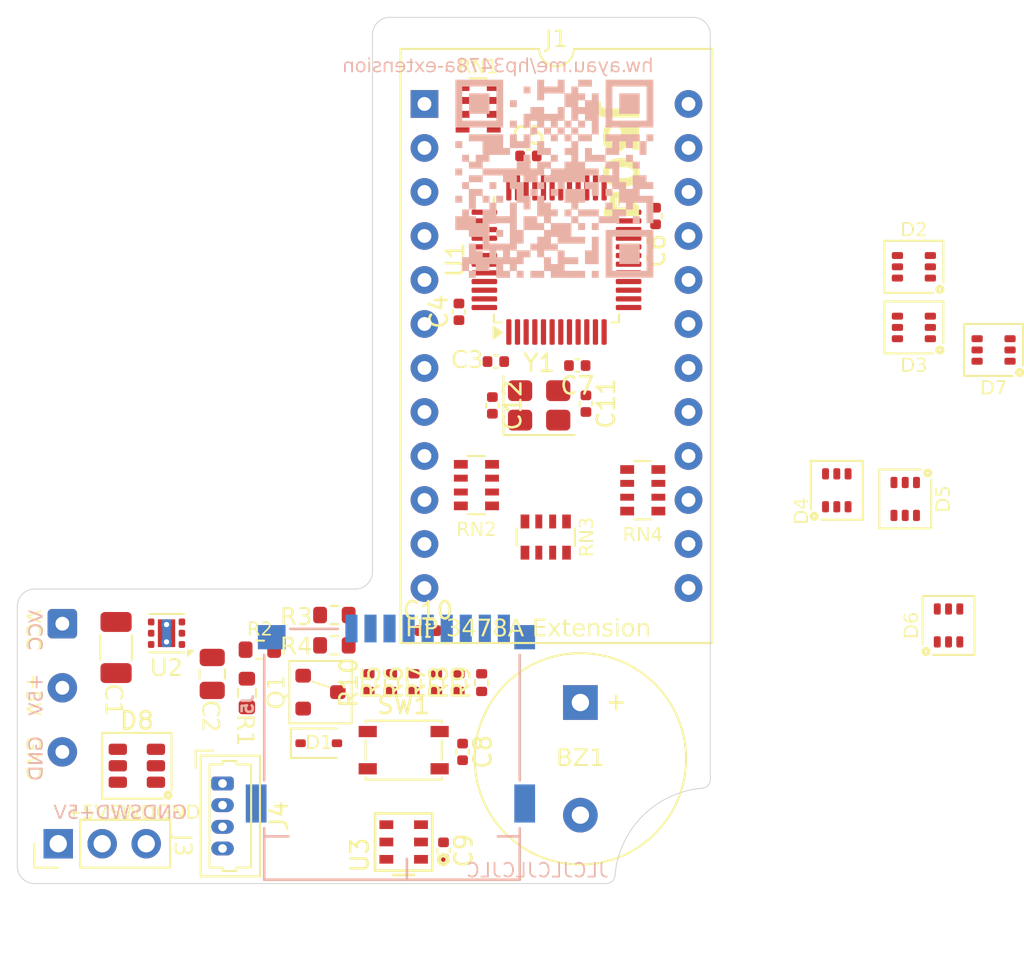
<source format=kicad_pcb>
(kicad_pcb (version 20241229) (generator "pcbnew") (generator_version "9.0")
  (layers (0 "F.Cu" signal) (4 "In1.Cu" power) (6 "In2.Cu" power) (2 "B.Cu" signal) (13 "F.Paste" user) (15 "B.Paste" user) (5 "F.SilkS" user "F.Silkscreen") (7 "B.SilkS" user "B.Silkscreen") (1 "F.Mask" user) (3 "B.Mask" user) (25 "Edge.Cuts" user))
  (net 0 "")
  (net 1 "GND")
  (net 2 "/SWIO")
  (net 3 "Net-(BZ1--)")
  (net 4 "VCC")
  (net 5 "Net-(J1-REN)")
  (net 6 "/EOI")
  (net 7 "/DIO7")
  (net 8 "/DIO5")
  (net 9 "/DIO2")
  (net 10 "/DIO6")
  (net 11 "/DIO8")
  (net 12 "/DAV")
  (net 13 "/ATN")
  (net 14 "/DIO3")
  (net 15 "/BUZZ")
  (net 16 "/DIO4")
  (net 17 "/DIO1")
  (net 18 "Net-(Q1-G)")
  (net 19 "Net-(U2-FB)")
  (net 21 "/NDAC")
  (net 22 "/NRFD")
  (net 23 "/SRQ")
  (net 24 "/IFC")
  (net 25 "/REN")
  (net 26 "Net-(J1-DIO7)")
  (net 27 "Net-(J1-DIO1)")
  (net 28 "Net-(J1-DIO5)")
  (net 29 "Net-(J1-NDAC)")
  (net 30 "Net-(J1-DIO4)")
  (net 31 "Net-(J1-ATN)")
  (net 32 "Net-(J1-DIO6)")
  (net 33 "Net-(J1-EOI)")
  (net 34 "Net-(J1-DIO8)")
  (net 35 "Net-(J1-NRFD)")
  (net 36 "Net-(J1-DIO2)")
  (net 37 "Net-(J1-DIO3)")
  (net 38 "Net-(J1-SRQ)")
  (net 39 "Net-(J1-DAV)")
  (net 40 "Net-(J1-IFC)")
  (net 43 "Net-(U3-VDD)")
  (net 44 "/USBFS_DP")
  (net 45 "/USBFS_DN")
  (net 46 "/SPI1_SCK")
  (net 48 "/I2C_SCL")
  (net 49 "VDD")
  (net 50 "/nRST")
  (net 51 "/VBUS")
  (net 52 "/USB_IN_D_N")
  (net 53 "/USB_IN_D_P")
  (net 55 "/SPI1_MISO")
  (net 56 "/SWDIO")
  (net 57 "/SWCLK")
  (net 58 "/BOOT1")
  (net 59 "/BOOT0")
  (net 60 "/SPI1_NSS")
  (net 63 "/SPI1_MOSI")
  (net 65 "/I2C_SDA")
  (net 67 "Net-(U1-OSC_OUT)")
  (net 68 "Net-(U1-OSC_IN)")
  (net 69 "/CARD_DET")
  (net 72 "Net-(J5-DAT2)")
  (net 73 "Net-(J5-DAT1)")
  (footprint "Button_Switch_SMD:SW_SPST_PTS810" (layer "F.Cu") (at 49.8 80.3)
    (property "Reference" "SW1" (at 0 -2.6 0) (layer "F.SilkS"))
    (property "Value" "RST")
    (pad "1" smd rect (at -2.075 -1.075) (size 1.05 0.65) (layers "F.Cu" "F.Mask" "F.Paste") (net 50 "/nRST"))
    (pad "1" smd rect (at 2.075 -1.075) (size 1.05 0.65) (layers "F.Cu" "F.Mask" "F.Paste") (net 50 "/nRST"))
    (pad "2" smd rect (at -2.075 1.075) (size 1.05 0.65) (layers "F.Cu" "F.Mask" "F.Paste") (net 1 "GND"))
    (pad "2" smd rect (at 2.075 1.075) (size 1.05 0.65) (layers "F.Cu" "F.Mask" "F.Paste") (net 1 "GND"))
  )
  (footprint "Connector_Wire:SolderWire-0.127sqmm_1x03_P3.7mm_D0.48mm_OD1mm" (layer "F.Cu") (at 30.1 73 -90)
    (property "Reference" "J2" (hide yes))
    (property "Value" "Pwr")
    (pad "1" thru_hole roundrect (at 0 0 270) (size 1.7 1.7) (drill 0.8) (layers "*.Cu" "*.Mask") (roundrect_rratio 0.147059) (net 4 "VCC"))
    (pad "2" thru_hole circle (at 3.7 0 270) (size 1.7 1.7) (drill 0.8) (layers "*.Cu" "*.Mask") (net 49 "VDD"))
    (pad "3" thru_hole circle (at 7.4 0 270) (size 1.7 1.7) (drill 0.8) (layers "*.Cu" "*.Mask") (net 1 "GND"))
  )
  (footprint "Capacitor_SMD:C_1206_3216Metric" (layer "F.Cu") (at 33.2 74.375 -90)
    (property "Reference" "C1" (at 3.025 0.2 270) (layer "F.SilkS"))
    (property "Value" "10u")
    (pad "1" smd roundrect (at -1.475 0 270) (size 1.15 1.8) (layers "F.Cu" "F.Mask" "F.Paste") (roundrect_rratio 0.217391) (net 4 "VCC"))
    (pad "2" smd roundrect (at 1.475 0 270) (size 1.15 1.8) (layers "F.Cu" "F.Mask" "F.Paste") (roundrect_rratio 0.217391) (net 1 "GND"))
  )
  (footprint "Resistor_SMD:R_0402_1005Metric" (layer "F.Cu") (at 54.3 76.4 90)
    (property "Reference" "R9" (at 0 -1.17 90) (layer "F.SilkS"))
    (property "Value" "47k")
    (pad "1" smd roundrect (at -0.51 0 90) (size 0.54 0.64) (layers "F.Cu" "F.Mask" "F.Paste") (net 49 "VDD"))
    (pad "2" smd roundrect (at 0.51 0 90) (size 0.54 0.64) (layers "F.Cu" "F.Mask" "F.Paste") (net 69 "/CARD_DET"))
  )
  (footprint "Capacitor_SMD:C_0402_1005Metric" (layer "F.Cu") (at 59.82 58.1 180)
    (property "Reference" "C7" (at 0 -1.16 0) (layer "F.SilkS"))
    (property "Value" "100n")
    (pad "1" smd roundrect (at -0.48 0 180) (size 0.56 0.62) (layers "F.Cu" "F.Mask" "F.Paste") (net 49 "VDD"))
    (pad "2" smd roundrect (at 0.48 0 180) (size 0.56 0.62) (layers "F.Cu" "F.Mask" "F.Paste") (net 1 "GND"))
  )
  (footprint "Resistor_SMD:R_Array_Convex_4x0603" (layer "F.Cu") (at 54 65)
    (property "Reference" "RN2" (at 0 2.6 0) (layer "F.SilkS") (effects (font (size 0.8 0.8))))
    (property "Value" "R_Pack04")
    (pad "1" smd rect (at -0.9 -1.2) (size 0.8 0.5) (layers "F.Cu" "F.Mask" "F.Paste") (net 35 "Net-(J1-NRFD)"))
    (pad "2" smd rect (at -0.9 -0.4) (size 0.8 0.4) (layers "F.Cu" "F.Mask" "F.Paste") (net 39 "Net-(J1-DAV)"))
    (pad "3" smd rect (at -0.9 0.4) (size 0.8 0.4) (layers "F.Cu" "F.Mask" "F.Paste") (net 33 "Net-(J1-EOI)"))
    (pad "4" smd rect (at -0.9 1.2) (size 0.8 0.5) (layers "F.Cu" "F.Mask" "F.Paste") (net 30 "Net-(J1-DIO4)"))
    (pad "5" smd rect (at 0.9 1.2) (size 0.8 0.5) (layers "F.Cu" "F.Mask" "F.Paste") (net 16 "/DIO4"))
    (pad "6" smd rect (at 0.9 0.4) (size 0.8 0.4) (layers "F.Cu" "F.Mask" "F.Paste") (net 6 "/EOI"))
    (pad "7" smd rect (at 0.9 -0.4) (size 0.8 0.4) (layers "F.Cu" "F.Mask" "F.Paste") (net 12 "/DAV"))
    (pad "8" smd rect (at 0.9 -1.2) (size 0.8 0.5) (layers "F.Cu" "F.Mask" "F.Paste") (net 22 "/NRFD"))
  )
  (footprint "Resistor_SMD:R_Array_Convex_4x0603" (layer "F.Cu") (at 54.1 43.2)
    (property "Reference" "RN1" (at 0 -2.3 0) (layer "F.SilkS") (effects (font (size 0.8 0.8))))
    (property "Value" "R_Pack04")
    (pad "1" smd rect (at -0.9 -1.2) (size 0.8 0.5) (layers "F.Cu" "F.Mask" "F.Paste") (net 31 "Net-(J1-ATN)"))
    (pad "2" smd rect (at -0.9 -0.4) (size 0.8 0.4) (layers "F.Cu" "F.Mask" "F.Paste") (net 38 "Net-(J1-SRQ)"))
    (pad "3" smd rect (at -0.9 0.4) (size 0.8 0.4) (layers "F.Cu" "F.Mask" "F.Paste") (net 40 "Net-(J1-IFC)"))
    (pad "4" smd rect (at -0.9 1.2) (size 0.8 0.5) (layers "F.Cu" "F.Mask" "F.Paste") (net 29 "Net-(J1-NDAC)"))
    (pad "5" smd rect (at 0.9 1.2) (size 0.8 0.5) (layers "F.Cu" "F.Mask" "F.Paste") (net 21 "/NDAC"))
    (pad "6" smd rect (at 0.9 0.4) (size 0.8 0.4) (layers "F.Cu" "F.Mask" "F.Paste") (net 24 "/IFC"))
    (pad "7" smd rect (at 0.9 -0.4) (size 0.8 0.4) (layers "F.Cu" "F.Mask" "F.Paste") (net 23 "/SRQ"))
    (pad "8" smd rect (at 0.9 -1.2) (size 0.8 0.5) (layers "F.Cu" "F.Mask" "F.Paste") (net 13 "/ATN"))
  )
  (footprint "Miiine:AHT20" (layer "F.Cu") (at 49.8 85.6 90)
    (property "Reference" "U3" (at -0.762 -2.54 90) (layer "F.SilkS"))
    (property "Value" "AHT20")
    (pad "1" smd rect (at -1 1 180) (size 0.8 0.5) (layers "F.Cu" "F.Mask" "F.Paste"))
    (pad "2" smd rect (at 0 1 180) (size 0.8 0.5) (layers "F.Cu" "F.Mask" "F.Paste") (net 43 "Net-(U3-VDD)"))
    (pad "3" smd rect (at 1 1 180) (size 0.8 0.5) (layers "F.Cu" "F.Mask" "F.Paste") (net 48 "/I2C_SCL"))
    (pad "4" smd rect (at 1 -1 180) (size 0.8 0.5) (layers "F.Cu" "F.Mask" "F.Paste") (net 65 "/I2C_SDA"))
    (pad "5" smd rect (at 0 -1 180) (size 0.8 0.5) (layers "F.Cu" "F.Mask" "F.Paste") (net 1 "GND"))
    (pad "6" smd rect (at -1 -1 180) (size 0.8 0.5) (layers "F.Cu" "F.Mask" "F.Paste"))
  )
  (footprint "PCM_Package_TO_SOT_SMD_AKL:SOT-363_SC-70-6" (layer "F.Cu") (at 81.25 73.1 90)
    (property "Reference" "D6" (at 0 -2.1 90) (layer "F.SilkS") (effects (font (size 0.8 0.8))))
    (property "Value" "BAT54TW" (hide yes))
    (pad "1" smd roundrect (at -0.95 -0.65 90) (size 0.65 0.4) (layers "F.Cu" "F.Mask" "F.Paste") (net 1 "GND"))
    (pad "2" smd roundrect (at -0.95 0 90) (size 0.65 0.4) (layers "F.Cu" "F.Mask" "F.Paste") (net 1 "GND"))
    (pad "3" smd roundrect (at -0.95 0.65 90) (size 0.65 0.4) (layers "F.Cu" "F.Mask" "F.Paste") (net 1 "GND"))
    (pad "4" smd roundrect (at 0.95 0.65 90) (size 0.65 0.4) (layers "F.Cu" "F.Mask" "F.Paste") (net 7 "/DIO7"))
    (pad "5" smd roundrect (at 0.95 0 90) (size 0.65 0.4) (layers "F.Cu" "F.Mask" "F.Paste") (net 10 "/DIO6"))
    (pad "6" smd roundrect (at 0.95 -0.65 90) (size 0.65 0.4) (layers "F.Cu" "F.Mask" "F.Paste") (net 8 "/DIO5"))
  )
  (footprint "PCM_Package_TO_SOT_SMD_AKL:SOT-23" (layer "F.Cu") (at 45 76.95)
    (property "Reference" "Q1" (at -2.5 0 90) (layer "F.SilkS"))
    (property "Value" "BSS138" (hide yes))
    (pad "1" smd roundrect (at -1 -0.95) (size 0.9 0.8) (layers "F.Cu" "F.Mask" "F.Paste") (net 18 "Net-(Q1-G)"))
    (pad "2" smd roundrect (at -1 0.95) (size 0.9 0.8) (layers "F.Cu" "F.Mask" "F.Paste") (net 1 "GND"))
    (pad "3" smd roundrect (at 1 0) (size 0.9 0.8) (layers "F.Cu" "F.Mask" "F.Paste") (net 3 "Net-(BZ1--)"))
  )
  (footprint "Crystal:Crystal_SMD_3225-4Pin_3.2x2.5mm" (layer "F.Cu") (at 57.62 60.4)
    (property "Reference" "Y1" (at 0 -2.45 0) (layer "F.SilkS"))
    (property "Value" "24MHz, 10pF")
    (pad "1" smd roundrect (at -1.1 0.85) (size 1.4 1.2) (layers "F.Cu" "F.Mask" "F.Paste") (roundrect_rratio 0.208333) (net 68 "Net-(U1-OSC_IN)"))
    (pad "2" smd roundrect (at 1.1 0.85) (size 1.4 1.2) (layers "F.Cu" "F.Mask" "F.Paste") (roundrect_rratio 0.208333) (net 1 "GND"))
    (pad "3" smd roundrect (at 1.1 -0.85) (size 1.4 1.2) (layers "F.Cu" "F.Mask" "F.Paste") (roundrect_rratio 0.208333) (net 67 "Net-(U1-OSC_OUT)"))
    (pad "4" smd roundrect (at -1.1 -0.85) (size 1.4 1.2) (layers "F.Cu" "F.Mask" "F.Paste") (roundrect_rratio 0.208333) (net 1 "GND"))
  )
  (footprint "Capacitor_SMD:C_0402_1005Metric" (layer "F.Cu") (at 52.1 86.1 -90)
    (property "Reference" "C9" (at 0 -1.16 90) (layer "F.SilkS"))
    (property "Value" "100n")
    (pad "1" smd roundrect (at -0.48 0 270) (size 0.56 0.62) (layers "F.Cu" "F.Mask" "F.Paste") (net 43 "Net-(U3-VDD)"))
    (pad "2" smd roundrect (at 0.48 0 270) (size 0.56 0.62) (layers "F.Cu" "F.Mask" "F.Paste") (net 1 "GND"))
  )
  (footprint "Resistor_SMD:R_Array_Convex_4x0603" (layer "F.Cu") (at 63.6 65.3 180)
    (property "Reference" "RN4" (at 0 -2.6 0) (layer "F.SilkS") (effects (font (size 0.8 0.8))))
    (property "Value" "R_Pack04")
    (pad "1" smd rect (at -0.9 -1.2 180) (size 0.8 0.5) (layers "F.Cu" "F.Mask" "F.Paste") (net 32 "Net-(J1-DIO6)"))
    (pad "2" smd rect (at -0.9 -0.4 180) (size 0.8 0.4) (layers "F.Cu" "F.Mask" "F.Paste") (net 26 "Net-(J1-DIO7)"))
    (pad "3" smd rect (at -0.9 0.4 180) (size 0.8 0.4) (layers "F.Cu" "F.Mask" "F.Paste") (net 34 "Net-(J1-DIO8)"))
    (pad "4" smd rect (at -0.9 1.2 180) (size 0.8 0.5) (layers "F.Cu" "F.Mask" "F.Paste") (net 5 "Net-(J1-REN)"))
    (pad "5" smd rect (at 0.9 1.2 180) (size 0.8 0.5) (layers "F.Cu" "F.Mask" "F.Paste") (net 25 "/REN"))
    (pad "6" smd rect (at 0.9 0.4 180) (size 0.8 0.4) (layers "F.Cu" "F.Mask" "F.Paste") (net 11 "/DIO8"))
    (pad "7" smd rect (at 0.9 -0.4 180) (size 0.8 0.4) (layers "F.Cu" "F.Mask" "F.Paste") (net 7 "/DIO7"))
    (pad "8" smd rect (at 0.9 -1.2 180) (size 0.8 0.5) (layers "F.Cu" "F.Mask" "F.Paste") (net 10 "/DIO6"))
  )
  (footprint "Resistor_SMD:R_0603_1608Metric" (layer "F.Cu") (at 40.75 77 90)
    (property "Reference" "R1" (at -2.15 -0.15 270) (layer "F.SilkS"))
    (property "Value" "430k")
    (pad "1" smd roundrect (at -0.825 0 90) (size 0.8 0.95) (layers "F.Cu" "F.Mask" "F.Paste") (net 49 "VDD"))
    (pad "2" smd roundrect (at 0.825 0 90) (size 0.8 0.95) (layers "F.Cu" "F.Mask" "F.Paste") (net 19 "Net-(U2-FB)"))
  )
  (footprint "Capacitor_SMD:C_0402_1005Metric" (layer "F.Cu") (at 52.99 55 90)
    (property "Reference" "C4" (at 0 -1.16 90) (layer "F.SilkS"))
    (property "Value" "100n")
    (pad "1" smd roundrect (at -0.48 0 90) (size 0.56 0.62) (layers "F.Cu" "F.Mask" "F.Paste") (net 49 "VDD"))
    (pad "2" smd roundrect (at 0.48 0 90) (size 0.56 0.62) (layers "F.Cu" "F.Mask" "F.Paste") (net 1 "GND"))
  )
  (footprint "Resistor_SMD:R_0402_1005Metric" (layer "F.Cu") (at 50.4 76.4 90)
    (property "Reference" "R6" (at 0 -1.17 90) (layer "F.SilkS"))
    (property "Value" "47k")
    (pad "1" smd roundrect (at -0.51 0 90) (size 0.54 0.64) (layers "F.Cu" "F.Mask" "F.Paste") (net 49 "VDD"))
    (pad "2" smd roundrect (at 0.51 0 90) (size 0.54 0.64) (layers "F.Cu" "F.Mask" "F.Paste") (net 63 "/SPI1_MOSI"))
  )
  (footprint "Resistor_SMD:R_Array_Convex_4x0603" (layer "F.Cu") (at 58 68 90)
    (property "Reference" "RN3" (at 0 2.4 90) (layer "F.SilkS") (effects (font (size 0.8 0.8))))
    (property "Value" "R_Pack04")
    (pad "1" smd rect (at -0.9 -1.2 90) (size 0.8 0.5) (layers "F.Cu" "F.Mask" "F.Paste") (net 37 "Net-(J1-DIO3)"))
    (pad "2" smd rect (at -0.9 -0.4 90) (size 0.8 0.4) (layers "F.Cu" "F.Mask" "F.Paste") (net 36 "Net-(J1-DIO2)"))
    (pad "3" smd rect (at -0.9 0.4 90) (size 0.8 0.4) (layers "F.Cu" "F.Mask" "F.Paste") (net 27 "Net-(J1-DIO1)"))
    (pad "4" smd rect (at -0.9 1.2 90) (size 0.8 0.5) (layers "F.Cu" "F.Mask" "F.Paste") (net 28 "Net-(J1-DIO5)"))
    (pad "5" smd rect (at 0.9 1.2 90) (size 0.8 0.5) (layers "F.Cu" "F.Mask" "F.Paste") (net 8 "/DIO5"))
    (pad "6" smd rect (at 0.9 0.4 90) (size 0.8 0.4) (layers "F.Cu" "F.Mask" "F.Paste") (net 17 "/DIO1"))
    (pad "7" smd rect (at 0.9 -0.4 90) (size 0.8 0.4) (layers "F.Cu" "F.Mask" "F.Paste") (net 9 "/DIO2"))
    (pad "8" smd rect (at 0.9 -1.2 90) (size 0.8 0.5) (layers "F.Cu" "F.Mask" "F.Paste") (net 14 "/DIO3"))
  )
  (footprint "Connector_PinHeader_2.54mm:PinHeader_1x03_P2.54mm_Vertical" (layer "F.Cu") (at 29.86 85.7 90)
    (property "Reference" "J3" (at -0.1 7.14 270) (layer "F.SilkS"))
    (property "Value" "Debug")
    (pad "1" thru_hole rect (at 0 0 90) (size 1.7 1.7) (drill 1) (layers "*.Cu" "*.Mask") (net 49 "VDD"))
    (pad "2" thru_hole circle (at 0 2.54 90) (size 1.7 1.7) (drill 1) (layers "*.Cu" "*.Mask") (net 2 "/SWIO"))
    (pad "3" thru_hole circle (at 0 5.08 90) (size 1.7 1.7) (drill 1) (layers "*.Cu" "*.Mask") (net 1 "GND"))
  )
  (footprint "Resistor_SMD:R_0603_1608Metric" (layer "F.Cu") (at 45.8 72.5 180)
    (property "Reference" "R3" (at 2.2 -0.15 0) (layer "F.SilkS"))
    (property "Value" "1k")
    (pad "1" smd roundrect (at -0.825 0 180) (size 0.8 0.95) (layers "F.Cu" "F.Mask" "F.Paste") (net 15 "/BUZZ"))
    (pad "2" smd roundrect (at 0.825 0 180) (size 0.8 0.95) (layers "F.Cu" "F.Mask" "F.Paste") (net 18 "Net-(Q1-G)"))
  )
  (footprint "Package_SON:WSON-6-1EP_2x2mm_P0.65mm_EP1x1.6mm_ThermalVias" (layer "F.Cu") (at 36.1125 73.55 180)
    (property "Reference" "U2" (at 0 -2.05 0) (layer "F.SilkS"))
    (property "Value" "TLV76701DRVx")
    (pad "1" smd roundrect (at -0.8875 -0.65 180) (size 0.375 0.4) (layers "F.Cu" "F.Mask" "F.Paste") (net 49 "VDD"))
    (pad "2" smd roundrect (at -0.8875 0 180) (size 0.375 0.4) (layers "F.Cu" "F.Mask" "F.Paste") (net 19 "Net-(U2-FB)"))
    (pad "3" smd roundrect (at -0.8875 0.65 180) (size 0.375 0.4) (layers "F.Cu" "F.Mask" "F.Paste") (net 1 "GND"))
    (pad "4" smd roundrect (at 0.8875 0.65 180) (size 0.375 0.4) (layers "F.Cu" "F.Mask" "F.Paste") (net 4 "VCC"))
    (pad "5" smd roundrect (at 0.8875 0 180) (size 0.375 0.4) (layers "F.Cu" "F.Mask" "F.Paste") (net 1 "GND"))
    (pad "6" smd roundrect (at 0.8875 -0.65 180) (size 0.375 0.4) (layers "F.Cu" "F.Mask" "F.Paste") (net 4 "VCC"))
    (pad "7" thru_hole circle (at 0 -0.5 180) (size 0.6 0.6) (drill 0.3) (property pad_prop_heatsink) (layers "*.Cu") (net 1 "GND"))
    (pad "7" smd rect (at 0 0 180) (size 0.5 1.6) (property pad_prop_heatsink) (layers "B.Cu") (net 1 "GND"))
    (pad "7" smd rect (at 0 0 180) (size 1 1.6) (property pad_prop_heatsink) (layers "F.Cu" "F.Mask") (net 1 "GND"))
    (pad "7" thru_hole circle (at 0 0.5 180) (size 0.6 0.6) (drill 0.3) (property pad_prop_heatsink) (layers "*.Cu") (net 1 "GND"))
  )
  (footprint "Capacitor_SMD:C_0402_1005Metric" (layer "F.Cu") (at 53.2 80.4 -90)
    (property "Reference" "C8" (at 0 -1.16 90) (layer "F.SilkS"))
    (property "Value" "100n")
    (pad "1" smd roundrect (at -0.48 0 270) (size 0.56 0.62) (layers "F.Cu" "F.Mask" "F.Paste") (net 50 "/nRST"))
    (pad "2" smd roundrect (at 0.48 0 270) (size 0.56 0.62) (layers "F.Cu" "F.Mask" "F.Paste") (net 1 "GND"))
  )
  (footprint "Connector_Molex:Molex_PicoBlade_53047-0410_1x04_P1.25mm_Vertical" (layer "F.Cu") (at 39.345 82.225 -90)
    (property "Reference" "J4" (at 1.88 -3.26 90) (layer "F.SilkS"))
    (property "Value" "USB")
    (pad "1" thru_hole roundrect (at 0 0 270) (size 0.8 1.3) (drill 0.5) (layers "*.Cu" "*.Mask") (net 51 "/VBUS"))
    (pad "2" thru_hole oval (at 1.25 0 270) (size 0.8 1.3) (drill 0.5) (layers "*.Cu" "*.Mask") (net 52 "/USB_IN_D_N"))
    (pad "3" thru_hole oval (at 2.5 0 270) (size 0.8 1.3) (drill 0.5) (layers "*.Cu" "*.Mask") (net 53 "/USB_IN_D_P"))
    (pad "4" thru_hole oval (at 3.75 0 270) (size 0.8 1.3) (drill 0.5) (layers "*.Cu" "*.Mask") (net 1 "GND"))
  )
  (footprint "Resistor_SMD:R_0402_1005Metric" (layer "F.Cu") (at 53 76.4 90)
    (property "Reference" "R8" (at 0 -1.17 90) (layer "F.SilkS"))
    (property "Value" "47k")
    (pad "1" smd roundrect (at -0.51 0 90) (size 0.54 0.64) (layers "F.Cu" "F.Mask" "F.Paste") (net 49 "VDD"))
    (pad "2" smd roundrect (at 0.51 0 90) (size 0.54 0.64) (layers "F.Cu" "F.Mask" "F.Paste") (net 73 "Net-(J5-DAT1)"))
  )
  (footprint "Resistor_SMD:R_0603_1608Metric" (layer "F.Cu") (at 45.8 74.25 180)
    (property "Reference" "R4" (at 2.2 -0.1 0) (layer "F.SilkS"))
    (property "Value" "10k")
    (pad "1" smd roundrect (at -0.825 0 180) (size 0.8 0.95) (layers "F.Cu" "F.Mask" "F.Paste") (net 1 "GND"))
    (pad "2" smd roundrect (at 0.825 0 180) (size 0.8 0.95) (layers "F.Cu" "F.Mask" "F.Paste") (net 18 "Net-(Q1-G)"))
  )
  (footprint "Resistor_SMD:R_0402_1005Metric" (layer "F.Cu") (at 47.8 76.4 90)
    (property "Reference" "R10" (at 0 -1.17 90) (layer "F.SilkS"))
    (property "Value" "47k")
    (pad "1" smd roundrect (at -0.51 0 90) (size 0.54 0.64) (layers "F.Cu" "F.Mask" "F.Paste") (net 49 "VDD"))
    (pad "2" smd roundrect (at 0.51 0 90) (size 0.54 0.64) (layers "F.Cu" "F.Mask" "F.Paste") (net 72 "Net-(J5-DAT2)"))
  )
  (footprint "Package_QFP:LQFP-48_7x7mm_P0.5mm" (layer "F.Cu") (at 58.62 52 90)
    (property "Reference" "U1" (at 0 -5.85 90) (layer "F.SilkS"))
    (property "Value" "CH32V203CxTx")
    (pad "1" smd roundrect (at -4.1625 -2.75 90) (size 1.475 0.3) (layers "F.Cu" "F.Mask" "F.Paste") (net 49 "VDD"))
    (pad "2" smd roundrect (at -4.1625 -2.25 90) (size 1.475 0.3) (layers "F.Cu" "F.Mask" "F.Paste") (net 15 "/BUZZ"))
    (pad "3" smd roundrect (at -4.1625 -1.75 90) (size 1.475 0.3) (layers "F.Cu" "F.Mask" "F.Paste"))
    (pad "4" smd roundrect (at -4.1625 -1.25 90) (size 1.475 0.3) (layers "F.Cu" "F.Mask" "F.Paste"))
    (pad "5" smd roundrect (at -4.1625 -0.75 90) (size 1.475 0.3) (layers "F.Cu" "F.Mask" "F.Paste") (net 68 "Net-(U1-OSC_IN)"))
    (pad "6" smd roundrect (at -4.1625 -0.25 90) (size 1.475 0.3) (layers "F.Cu" "F.Mask" "F.Paste") (net 67 "Net-(U1-OSC_OUT)"))
    (pad "7" smd roundrect (at -4.1625 0.25 90) (size 1.475 0.3) (layers "F.Cu" "F.Mask" "F.Paste") (net 50 "/nRST"))
    (pad "8" smd roundrect (at -4.1625 0.75 90) (size 1.475 0.3) (layers "F.Cu" "F.Mask" "F.Paste") (net 1 "GND"))
    (pad "9" smd roundrect (at -4.1625 1.25 90) (size 1.475 0.3) (layers "F.Cu" "F.Mask" "F.Paste") (net 49 "VDD"))
    (pad "10" smd roundrect (at -4.1625 1.75 90) (size 1.475 0.3) (layers "F.Cu" "F.Mask" "F.Paste") (net 48 "/I2C_SCL"))
    (pad "11" smd roundrect (at -4.1625 2.25 90) (size 1.475 0.3) (layers "F.Cu" "F.Mask" "F.Paste") (net 65 "/I2C_SDA"))
    (pad "12" smd roundrect (at -4.1625 2.75 90) (size 1.475 0.3) (layers "F.Cu" "F.Mask" "F.Paste"))
    (pad "13" smd roundrect (at -2.75 4.1625 90) (size 0.3 1.475) (layers "F.Cu" "F.Mask" "F.Paste"))
    (pad "14" smd roundrect (at -2.25 4.1625 90) (size 0.3 1.475) (layers "F.Cu" "F.Mask" "F.Paste") (net 60 "/SPI1_NSS"))
    (pad "15" smd roundrect (at -1.75 4.1625 90) (size 0.3 1.475) (layers "F.Cu" "F.Mask" "F.Paste") (net 46 "/SPI1_SCK"))
    (pad "16" smd roundrect (at -1.25 4.1625 90) (size 0.3 1.475) (layers "F.Cu" "F.Mask" "F.Paste") (net 55 "/SPI1_MISO"))
    (pad "17" smd roundrect (at -0.75 4.1625 90) (size 0.3 1.475) (layers "F.Cu" "F.Mask" "F.Paste") (net 63 "/SPI1_MOSI"))
    (pad "18" smd roundrect (at -0.25 4.1625 90) (size 0.3 1.475) (layers "F.Cu" "F.Mask" "F.Paste"))
    (pad "19" smd roundrect (at 0.25 4.1625 90) (size 0.3 1.475) (layers "F.Cu" "F.Mask" "F.Paste"))
    (pad "20" smd roundrect (at 0.75 4.1625 90) (size 0.3 1.475) (layers "F.Cu" "F.Mask" "F.Paste") (net 58 "/BOOT1"))
    (pad "21" smd roundrect (at 1.25 4.1625 90) (size 0.3 1.475) (layers "F.Cu" "F.Mask" "F.Paste") (net 51 "/VBUS"))
    (pad "22" smd roundrect (at 1.75 4.1625 90) (size 0.3 1.475) (layers "F.Cu" "F.Mask" "F.Paste") (net 25 "/REN"))
    (pad "23" smd roundrect (at 2.25 4.1625 90) (size 0.3 1.475) (layers "F.Cu" "F.Mask" "F.Paste") (net 1 "GND"))
    (pad "24" smd roundrect (at 2.75 4.1625 90) (size 0.3 1.475) (layers "F.Cu" "F.Mask" "F.Paste") (net 49 "VDD"))
    (pad "25" smd roundrect (at 4.1625 2.75 90) (size 1.475 0.3) (layers "F.Cu" "F.Mask" "F.Paste") (net 11 "/DIO8"))
    (pad "26" smd roundrect (at 4.1625 2.25 90) (size 1.475 0.3) (layers "F.Cu" "F.Mask" "F.Paste") (net 7 "/DIO7"))
    (pad "27" smd roundrect (at 4.1625 1.75 90) (size 1.475 0.3) (layers "F.Cu" "F.Mask" "F.Paste") (net 10 "/DIO6"))
    (pad "28" smd roundrect (at 4.1625 1.25 90) (size 1.475 0.3) (layers "F.Cu" "F.Mask" "F.Paste") (net 8 "/DIO5"))
    (pad "29" smd roundrect (at 4.1625 0.75 90) (size 1.475 0.3) (layers "F.Cu" "F.Mask" "F.Paste") (net 13 "/ATN"))
    (pad "30" smd roundrect (at 4.1625 0.25 90) (size 1.475 0.3) (layers "F.Cu" "F.Mask" "F.Paste") (net 23 "/SRQ"))
    (pad "31" smd roundrect (at 4.1625 -0.25 90) (size 1.475 0.3) (layers "F.Cu" "F.Mask" "F.Paste") (net 24 "/IFC"))
    (pad "32" smd roundrect (at 4.1625 -0.75 90) (size 1.475 0.3) (layers "F.Cu" "F.Mask" "F.Paste") (net 21 "/NDAC"))
    (pad "33" smd roundrect (at 4.1625 -1.25 90) (size 1.475 0.3) (layers "F.Cu" "F.Mask" "F.Paste") (net 22 "/NRFD"))
    (pad "34" smd roundrect (at 4.1625 -1.75 90) (size 1.475 0.3) (layers "F.Cu" "F.Mask" "F.Paste") (net 56 "/SWDIO"))
    (pad "35" smd roundrect (at 4.1625 -2.25 90) (size 1.475 0.3) (layers "F.Cu" "F.Mask" "F.Paste") (net 1 "GND"))
    (pad "36" smd roundrect (at 4.1625 -2.75 90) (size 1.475 0.3) (layers "F.Cu" "F.Mask" "F.Paste") (net 49 "VDD"))
    (pad "37" smd roundrect (at 2.75 -4.1625 90) (size 0.3 1.475) (layers "F.Cu" "F.Mask" "F.Paste") (net 57 "/SWCLK"))
    (pad "38" smd roundrect (at 2.25 -4.1625 90) (size 0.3 1.475) (layers "F.Cu" "F.Mask" "F.Paste") (net 12 "/DAV"))
    (pad "39" smd roundrect (at 1.75 -4.1625 90) (size 0.3 1.475) (layers "F.Cu" "F.Mask" "F.Paste") (net 6 "/EOI"))
    (pad "40" smd roundrect (at 1.25 -4.1625 90) (size 0.3 1.475) (layers "F.Cu" "F.Mask" "F.Paste") (net 16 "/DIO4"))
    (pad "41" smd roundrect (at 0.75 -4.1625 90) (size 0.3 1.475) (layers "F.Cu" "F.Mask" "F.Paste") (net 14 "/DIO3"))
    (pad "42" smd roundrect (at 0.25 -4.1625 90) (size 0.3 1.475) (layers "F.Cu" "F.Mask" "F.Paste") (net 45 "/USBFS_DN"))
    (pad "43" smd roundrect (at -0.25 -4.1625 90) (size 0.3 1.475) (layers "F.Cu" "F.Mask" "F.Paste") (net 44 "/USBFS_DP"))
    (pad "44" smd roundrect (at -0.75 -4.1625 90) (size 0.3 1.475) (layers "F.Cu" "F.Mask" "F.Paste") (net 59 "/BOOT0"))
    (pad "45" smd roundrect (at -1.25 -4.1625 90) (size 0.3 1.475) (layers "F.Cu" "F.Mask" "F.Paste") (net 9 "/DIO2"))
    (pad "46" smd roundrect (at -1.75 -4.1625 90) (size 0.3 1.475) (layers "F.Cu" "F.Mask" "F.Paste") (net 17 "/DIO1"))
    (pad "47" smd roundrect (at -2.25 -4.1625 90) (size 0.3 1.475) (layers "F.Cu" "F.Mask" "F.Paste") (net 1 "GND"))
    (pad "48" smd roundrect (at -2.75 -4.1625 90) (size 0.3 1.475) (layers "F.Cu" "F.Mask" "F.Paste") (net 49 "VDD"))
  )
  (footprint "Capacitor_SMD:C_0402_1005Metric" (layer "F.Cu") (at 54.92 60.4 -90)
    (property "Reference" "C12" (at 0 -1.16 90) (layer "F.SilkS"))
    (property "Value" "~10pF")
    (pad "1" smd roundrect (at -0.48 0 270) (size 0.56 0.62) (layers "F.Cu" "F.Mask" "F.Paste") (net 1 "GND"))
    (pad "2" smd roundrect (at 0.48 0 270) (size 0.56 0.62) (layers "F.Cu" "F.Mask" "F.Paste") (net 68 "Net-(U1-OSC_IN)"))
  )
  (footprint "Capacitor_SMD:C_0402_1005Metric" (layer "F.Cu") (at 64.34 49.47 -90)
    (property "Reference" "C6" (at 2.01 -0.05 90) (layer "F.SilkS"))
    (property "Value" "100n")
    (pad "1" smd roundrect (at -0.48 0 270) (size 0.56 0.62) (layers "F.Cu" "F.Mask" "F.Paste") (net 49 "VDD"))
    (pad "2" smd roundrect (at 0.48 0 270) (size 0.56 0.62) (layers "F.Cu" "F.Mask" "F.Paste") (net 1 "GND"))
  )
  (footprint "Resistor_SMD:R_0402_1005Metric" (layer "F.Cu") (at 49.1 76.4 90)
    (property "Reference" "R5" (at 0 -1.17 90) (layer "F.SilkS"))
    (property "Value" "47k")
    (pad "1" smd roundrect (at -0.51 0 90) (size 0.54 0.64) (layers "F.Cu" "F.Mask" "F.Paste") (net 49 "VDD"))
    (pad "2" smd roundrect (at 0.51 0 90) (size 0.54 0.64) (layers "F.Cu" "F.Mask" "F.Paste") (net 60 "/SPI1_NSS"))
  )
  (footprint "PCM_Package_TO_SOT_SMD_AKL:SOT-363_SC-70-6" (layer "F.Cu") (at 83.85 57.2 180)
    (property "Reference" "D7" (at 0 -2.23 0) (layer "F.SilkS") (effects (font (size 0.8 0.8))))
    (property "Value" "BAT54TW" (hide yes))
    (pad "1" smd roundrect (at -0.95 -0.65 180) (size 0.65 0.4) (layers "F.Cu" "F.Mask" "F.Paste") (net 1 "GND"))
    (pad "2" smd roundrect (at -0.95 0 180) (size 0.65 0.4) (layers "F.Cu" "F.Mask" "F.Paste") (net 1 "GND"))
    (pad "3" smd roundrect (at -0.95 0.65 180) (size 0.65 0.4) (layers "F.Cu" "F.Mask" "F.Paste") (net 1 "GND"))
    (pad "4" smd roundrect (at 0.95 0.65 180) (size 0.65 0.4) (layers "F.Cu" "F.Mask" "F.Paste") (net 25 "/REN"))
    (pad "5" smd roundrect (at 0.95 0 180) (size 0.65 0.4) (layers "F.Cu" "F.Mask" "F.Paste"))
    (pad "6" smd roundrect (at 0.95 -0.65 180) (size 0.65 0.4) (layers "F.Cu" "F.Mask" "F.Paste") (net 11 "/DIO8"))
  )
  (footprint "Capacitor_SMD:C_0402_1005Metric" (layer "F.Cu") (at 55.12 57.87 180)
    (property "Reference" "C3" (at 1.65 0.05 0) (layer "F.SilkS"))
    (property "Value" "100n")
    (pad "1" smd roundrect (at -0.48 0 180) (size 0.56 0.62) (layers "F.Cu" "F.Mask" "F.Paste") (net 49 "VDD"))
    (pad "2" smd roundrect (at 0.48 0 180) (size 0.56 0.62) (layers "F.Cu" "F.Mask" "F.Paste") (net 1 "GND"))
  )
  (footprint "PCM_Package_TO_SOT_SMD_AKL:SOT-363_SC-70-6" (layer "F.Cu") (at 78.75 65.8 -90)
    (property "Reference" "D5" (at 0 -2.23 90) (layer "F.SilkS") (effects (font (size 0.8 0.8))))
    (property "Value" "BAT54TW" (hide yes))
    (pad "1" smd roundrect (at -0.95 -0.65 270) (size 0.65 0.4) (layers "F.Cu" "F.Mask" "F.Paste") (net 1 "GND"))
    (pad "2" smd roundrect (at -0.95 0 270) (size 0.65 0.4) (layers "F.Cu" "F.Mask" "F.Paste") (net 1 "GND"))
    (pad "3" smd roundrect (at -0.95 0.65 270) (size 0.65 0.4) (layers "F.Cu" "F.Mask" "F.Paste") (net 1 "GND"))
    (pad "4" smd roundrect (at 0.95 0.65 270) (size 0.65 0.4) (layers "F.Cu" "F.Mask" "F.Paste") (net 9 "/DIO2"))
    (pad "5" smd roundrect (at 0.95 0 270) (size 0.65 0.4) (layers "F.Cu" "F.Mask" "F.Paste"))
    (pad "6" smd roundrect (at 0.95 -0.65 270) (size 0.65 0.4) (layers "F.Cu" "F.Mask" "F.Paste") (net 17 "/DIO1"))
  )
  (footprint "Capacitor_SMD:C_0402_1005Metric" (layer "F.Cu") (at 60.32 60.3 -90)
    (property "Reference" "C11" (at 0 -1.16 90) (layer "F.SilkS"))
    (property "Value" "~10pF")
    (pad "1" smd roundrect (at -0.48 0 270) (size 0.56 0.62) (layers "F.Cu" "F.Mask" "F.Paste") (net 67 "Net-(U1-OSC_OUT)"))
    (pad "2" smd roundrect (at 0.48 0 270) (size 0.56 0.62) (layers "F.Cu" "F.Mask" "F.Paste") (net 1 "GND"))
  )
  (footprint "Package_DIP:DIP-24_18.0mmx34.29mm_W15.24mm_Socket" (layer "F.Cu") (at 51 43)
    (property "Reference" "J1" (at 7.62 -3.7 0) (layer "F.SilkS"))
    (property "Value" "Conn_GPIB")
    (pad "1" thru_hole rect (at 0 0) (size 1.6 1.6) (drill 0.8) (layers "*.Cu" "*.Mask"))
    (pad "2" thru_hole oval (at 0 2.54) (size 1.6 1.6) (drill 0.8) (layers "*.Cu" "*.Mask") (net 31 "Net-(J1-ATN)"))
    (pad "3" thru_hole oval (at 0 5.08) (size 1.6 1.6) (drill 0.8) (layers "*.Cu" "*.Mask") (net 38 "Net-(J1-SRQ)"))
    (pad "4" thru_hole oval (at 0 7.62) (size 1.6 1.6) (drill 0.8) (layers "*.Cu" "*.Mask") (net 40 "Net-(J1-IFC)"))
    (pad "5" thru_hole oval (at 0 10.16) (size 1.6 1.6) (drill 0.8) (layers "*.Cu" "*.Mask") (net 29 "Net-(J1-NDAC)"))
    (pad "6" thru_hole oval (at 0 12.7) (size 1.6 1.6) (drill 0.8) (layers "*.Cu" "*.Mask") (net 35 "Net-(J1-NRFD)"))
    (pad "7" thru_hole oval (at 0 15.24) (size 1.6 1.6) (drill 0.8) (layers "*.Cu" "*.Mask") (net 39 "Net-(J1-DAV)"))
    (pad "8" thru_hole oval (at 0 17.78) (size 1.6 1.6) (drill 0.8) (layers "*.Cu" "*.Mask") (net 33 "Net-(J1-EOI)"))
    (pad "9" thru_hole oval (at 0 20.32) (size 1.6 1.6) (drill 0.8) (layers "*.Cu" "*.Mask") (net 30 "Net-(J1-DIO4)"))
    (pad "10" thru_hole oval (at 0 22.86) (size 1.6 1.6) (drill 0.8) (layers "*.Cu" "*.Mask") (net 37 "Net-(J1-DIO3)"))
    (pad "11" thru_hole oval (at 0 25.4) (size 1.6 1.6) (drill 0.8) (layers "*.Cu" "*.Mask") (net 36 "Net-(J1-DIO2)"))
    (pad "12" thru_hole oval (at 0 27.94) (size 1.6 1.6) (drill 0.8) (layers "*.Cu" "*.Mask") (net 27 "Net-(J1-DIO1)"))
    (pad "13" thru_hole oval (at 15.24 27.94) (size 1.6 1.6) (drill 0.8) (layers "*.Cu" "*.Mask") (net 28 "Net-(J1-DIO5)"))
    (pad "14" thru_hole oval (at 15.24 25.4) (size 1.6 1.6) (drill 0.8) (layers "*.Cu" "*.Mask") (net 32 "Net-(J1-DIO6)"))
    (pad "15" thru_hole oval (at 15.24 22.86) (size 1.6 1.6) (drill 0.8) (layers "*.Cu" "*.Mask") (net 26 "Net-(J1-DIO7)"))
    (pad "16" thru_hole oval (at 15.24 20.32) (size 1.6 1.6) (drill 0.8) (layers "*.Cu" "*.Mask") (net 34 "Net-(J1-DIO8)"))
    (pad "17" thru_hole oval (at 15.24 17.78) (size 1.6 1.6) (drill 0.8) (layers "*.Cu" "*.Mask") (net 5 "Net-(J1-REN)"))
    (pad "18" thru_hole oval (at 15.24 15.24) (size 1.6 1.6) (drill 0.8) (layers "*.Cu" "*.Mask") (net 1 "GND"))
    (pad "19" thru_hole oval (at 15.24 12.7) (size 1.6 1.6) (drill 0.8) (layers "*.Cu" "*.Mask") (net 1 "GND"))
    (pad "20" thru_hole oval (at 15.24 10.16) (size 1.6 1.6) (drill 0.8) (layers "*.Cu" "*.Mask") (net 1 "GND"))
    (pad "21" thru_hole oval (at 15.24 7.62) (size 1.6 1.6) (drill 0.8) (layers "*.Cu" "*.Mask") (net 1 "GND"))
    (pad "22" thru_hole oval (at 15.24 5.08) (size 1.6 1.6) (drill 0.8) (layers "*.Cu" "*.Mask") (net 1 "GND"))
    (pad "23" thru_hole oval (at 15.24 2.54) (size 1.6 1.6) (drill 0.8) (layers "*.Cu" "*.Mask") (net 1 "GND"))
    (pad "24" thru_hole oval (at 15.24 0) (size 1.6 1.6) (drill 0.8) (layers "*.Cu" "*.Mask") (net 1 "GND"))
  )
  (footprint "Capacitor_SMD:C_0402_1005Metric" (layer "F.Cu") (at 51.2 73.4)
    (property "Reference" "C10" (at 0 -1.16 0) (layer "F.SilkS"))
    (property "Value" "100n")
    (pad "1" smd roundrect (at -0.48 0) (size 0.56 0.62) (layers "F.Cu" "F.Mask" "F.Paste") (net 49 "VDD"))
    (pad "2" smd roundrect (at 0.48 0) (size 0.56 0.62) (layers "F.Cu" "F.Mask" "F.Paste") (net 1 "GND"))
  )
  (footprint "Buzzer_Beeper:MagneticBuzzer_StarMicronics_QMB-105" (layer "F.Cu") (at 60 77.55 -90)
    (property "Reference" "BZ1" (at 3.25 0 0) (layer "F.SilkS"))
    (property "Value" "Buzzer")
    (fp_text user "+" (at 0 -2 90) (layer "F.SilkS"))
    (pad "1" thru_hole rect (at 0 0 270) (size 2 2) (drill 1) (layers "*.Cu" "*.Mask") (net 49 "VDD"))
    (pad "2" thru_hole circle (at 6.5 0 270) (size 2 2) (drill 1) (layers "*.Cu" "*.Mask") (net 3 "Net-(BZ1--)"))
  )
  (footprint "Resistor_SMD:R_0402_1005Metric" (layer "F.Cu") (at 51.7 76.4 90)
    (property "Reference" "R7" (at 0 -1.17 90) (layer "F.SilkS"))
    (property "Value" "47k")
    (pad "1" smd roundrect (at -0.51 0 90) (size 0.54 0.64) (layers "F.Cu" "F.Mask" "F.Paste") (net 49 "VDD"))
    (pad "2" smd roundrect (at 0.51 0 90) (size 0.54 0.64) (layers "F.Cu" "F.Mask" "F.Paste") (net 55 "/SPI1_MISO"))
  )
  (footprint "PCM_Package_TO_SOT_SMD_AKL:SOT-363_SC-70-6" (layer "F.Cu") (at 74.8 65.3 90)
    (property "Reference" "D4" (at -1.2 -2 90) (layer "F.SilkS") (effects (font (size 0.8 0.8))))
    (property "Value" "BAT54TW" (hide yes))
    (pad "1" smd roundrect (at -0.95 -0.65 90) (size 0.65 0.4) (layers "F.Cu" "F.Mask" "F.Paste") (net 1 "GND"))
    (pad "2" smd roundrect (at -0.95 0 90) (size 0.65 0.4) (layers "F.Cu" "F.Mask" "F.Paste") (net 1 "GND"))
    (pad "3" smd roundrect (at -0.95 0.65 90) (size 0.65 0.4) (layers "F.Cu" "F.Mask" "F.Paste") (net 1 "GND"))
    (pad "4" smd roundrect (at 0.95 0.65 90) (size 0.65 0.4) (layers "F.Cu" "F.Mask" "F.Paste") (net 6 "/EOI"))
    (pad "5" smd roundrect (at 0.95 0 90) (size 0.65 0.4) (layers "F.Cu" "F.Mask" "F.Paste") (net 16 "/DIO4"))
    (pad "6" smd roundrect (at 0.95 -0.65 90) (size 0.65 0.4) (layers "F.Cu" "F.Mask" "F.Paste") (net 14 "/DIO3"))
  )
  (footprint "PCM_Package_TO_SOT_SMD_AKL:SOT-363_SC-70-6" (layer "F.Cu") (at 79.25 52.4 180)
    (property "Reference" "D2" (at 0 2.1 0) (layer "F.SilkS") (effects (font (size 0.8 0.8))))
    (property "Value" "BAT54TW" (hide yes))
    (pad "1" smd roundrect (at -0.95 -0.65 180) (size 0.65 0.4) (layers "F.Cu" "F.Mask" "F.Paste") (net 1 "GND"))
    (pad "2" smd roundrect (at -0.95 0 180) (size 0.65 0.4) (layers "F.Cu" "F.Mask" "F.Paste") (net 1 "GND"))
    (pad "3" smd roundrect (at -0.95 0.65 180) (size 0.65 0.4) (layers "F.Cu" "F.Mask" "F.Paste") (net 1 "GND"))
    (pad "4" smd roundrect (at 0.95 0.65 180) (size 0.65 0.4) (layers "F.Cu" "F.Mask" "F.Paste") (net 13 "/ATN"))
    (pad "5" smd roundrect (at 0.95 0 180) (size 0.65 0.4) (layers "F.Cu" "F.Mask" "F.Paste") (net 23 "/SRQ"))
    (pad "6" smd roundrect (at 0.95 -0.65 180) (size 0.65 0.4) (layers "F.Cu" "F.Mask" "F.Paste") (net 24 "/IFC"))
  )
  (footprint "Resistor_SMD:R_0603_1608Metric" (layer "F.Cu") (at 41.5 74.5)
    (property "Reference" "R2" (at 0 -1.15 0) (layer "F.SilkS") (effects (font (size 0.8 0.8))))
    (property "Value" "82k")
    (pad "1" smd roundrect (at -0.825 0) (size 0.8 0.95) (layers "F.Cu" "F.Mask" "F.Paste") (net 19 "Net-(U2-FB)"))
    (pad "2" smd roundrect (at 0.825 0) (size 0.8 0.95) (layers "F.Cu" "F.Mask" "F.Paste") (net 1 "GND"))
  )
  (footprint "Capacitor_SMD:C_0805_2012Metric" (layer "F.Cu") (at 38.75 75.9 90)
    (property "Reference" "C2" (at -2.45 -0.15 270) (layer "F.SilkS"))
    (property "Value" "10u")
    (pad "1" smd roundrect (at -0.95 0 90) (size 1 1.45) (layers "F.Cu" "F.Mask" "F.Paste") (net 49 "VDD"))
    (pad "2" smd roundrect (at 0.95 0 90) (size 1 1.45) (layers "F.Cu" "F.Mask" "F.Paste") (net 1 "GND"))
  )
  (footprint "PCM_Package_TO_SOT_SMD_AKL:SOT-363_SC-70-6" (layer "F.Cu") (at 79.25 55.9 180)
    (property "Reference" "D3" (at 0 -2.23 0) (layer "F.SilkS") (effects (font (size 0.8 0.8))))
    (property "Value" "BAT54TW" (hide yes))
    (pad "1" smd roundrect (at -0.95 -0.65 180) (size 0.65 0.4) (layers "F.Cu" "F.Mask" "F.Paste") (net 1 "GND"))
    (pad "2" smd roundrect (at -0.95 0 180) (size 0.65 0.4) (layers "F.Cu" "F.Mask" "F.Paste") (net 1 "GND"))
    (pad "3" smd roundrect (at -0.95 0.65 180) (size 0.65 0.4) (layers "F.Cu" "F.Mask" "F.Paste") (net 1 "GND"))
    (pad "4" smd roundrect (at 0.95 0.65 180) (size 0.65 0.4) (layers "F.Cu" "F.Mask" "F.Paste") (net 21 "/NDAC"))
    (pad "5" smd roundrect (at 0.95 0 180) (size 0.65 0.4) (layers "F.Cu" "F.Mask" "F.Paste") (net 22 "/NRFD"))
    (pad "6" smd roundrect (at 0.95 -0.65 180) (size 0.65 0.4) (layers "F.Cu" "F.Mask" "F.Paste") (net 12 "/DAV"))
  )
  (footprint "Capacitor_SMD:C_0402_1005Metric" (layer "F.Cu") (at 57 46)
    (property "Reference" "C5" (at 0 -1.16 0) (layer "F.SilkS"))
    (property "Value" "100n")
    (pad "1" smd roundrect (at -0.48 0) (size 0.56 0.62) (layers "F.Cu" "F.Mask" "F.Paste") (net 49 "VDD"))
    (pad "2" smd roundrect (at 0.48 0) (size 0.56 0.62) (layers "F.Cu" "F.Mask" "F.Paste") (net 1 "GND"))
  )
  (footprint "Diode_SMD:D_SOD-323" (layer "F.Cu") (at 44.9 79.9)
    (property "Reference" "D1" (at 0 0 0) (layer "F.SilkS") (effects (font (size 0.8 0.8))))
    (property "Value" "1N4148W")
    (pad "1" smd roundrect (at -1.05 0) (size 0.6 0.45) (layers "F.Cu" "F.Mask" "F.Paste") (net 49 "VDD"))
    (pad "2" smd roundrect (at 1.05 0) (size 0.6 0.45) (layers "F.Cu" "F.Mask" "F.Paste") (net 3 "Net-(BZ1--)"))
  )
  (footprint "PCM_Package_TO_SOT_SMD_AKL:SOT-23-6" (layer "F.Cu") (at 34.4 81.2 180)
    (property "Reference" "D8" (at 0 2.6 0) (layer "F.SilkS"))
    (property "Value" "USBLC6-2SC6" (hide yes))
    (pad "1" smd roundrect (at -1.1 -0.95 180) (size 1.06 0.65) (layers "F.Cu" "F.Mask" "F.Paste") (net 53 "/USB_IN_D_P"))
    (pad "2" smd roundrect (at -1.1 0 180) (size 1.06 0.65) (layers "F.Cu" "F.Mask" "F.Paste") (net 1 "GND"))
    (pad "3" smd roundrect (at -1.1 0.95 180) (size 1.06 0.65) (layers "F.Cu" "F.Mask" "F.Paste") (net 52 "/USB_IN_D_N"))
    (pad "4" smd roundrect (at 1.1 0.95 180) (size 1.06 0.65) (layers "F.Cu" "F.Mask" "F.Paste") (net 45 "/USBFS_DN"))
    (pad "5" smd roundrect (at 1.1 0 180) (size 1.06 0.65) (layers "F.Cu" "F.Mask" "F.Paste") (net 51 "/VBUS"))
    (pad "6" smd roundrect (at 1.1 -0.95 180) (size 1.06 0.65) (layers "F.Cu" "F.Mask" "F.Paste") (net 44 "/USBFS_DP"))
  )
  (footprint "LOGO" (layer "B.Cu") (at 58.5 47.313769 180)
    (property "Reference" "G***" (hide yes))
    (property "Value" "LOGO" (hide yes))
  )
  (footprint "Miiine:J_SD_Card-micro_socket_A" (layer "B.Cu") (at 50 80.3)
    (property "Reference" "J5" (at -9.201432 -2.644855 90) (layer "B.SilkS") (effects (font (size 0.64 0.64)) (justify mirror)))
    (property "Value" "Micro_SD_Card_Det1" (hide yes))
    (pad "" np_thru_hole circle (at -4.015032 3.478145) (size 0.9 0.9) (drill 0.9) (layers "*.Cu" "*.Mask"))
    (pad "" np_thru_hole circle (at 3.984968 3.478145) (size 0.9 0.9) (drill 0.9) (layers "*.Cu" "*.Mask"))
    (pad "1" smd rect (at -3.215032 -7.021855) (size 0.7 1.6) (layers "B.Cu" "B.Mask" "B.Paste") (net 72 "Net-(J5-DAT2)"))
    (pad "2" smd rect (at -2.115032 -7.021855) (size 0.7 1.6) (layers "B.Cu" "B.Mask" "B.Paste") (net 60 "/SPI1_NSS"))
    (pad "3" smd rect (at -1.015032 -7.021855) (size 0.7 1.6) (layers "B.Cu" "B.Mask" "B.Paste") (net 63 "/SPI1_MOSI"))
    (pad "4" smd rect (at 0.084968 -7.021855) (size 0.7 1.6) (layers "B.Cu" "B.Mask" "B.Paste") (net 49 "VDD"))
    (pad "5" smd rect (at 1.184968 -7.021855) (size 0.7 1.6) (layers "B.Cu" "B.Mask" "B.Paste") (net 46 "/SPI1_SCK"))
    (pad "6" smd rect (at 2.284968 -7.021855) (size 0.7 1.6) (layers "B.Cu" "B.Mask" "B.Paste") (net 1 "GND"))
    (pad "7" smd rect (at 3.384968 -7.021855) (size 0.7 1.6) (layers "B.Cu" "B.Mask" "B.Paste") (net 55 "/SPI1_MISO"))
    (pad "8" smd rect (at 4.484968 -7.021855) (size 0.7 1.6) (layers "B.Cu" "B.Mask" "B.Paste") (net 73 "Net-(J5-DAT1)"))
    (pad "9" smd rect (at 5.584968 -7.021855) (size 0.7 1.6) (layers "B.Cu" "B.Mask" "B.Paste") (net 69 "/CARD_DET"))
    (pad "10" smd rect (at -8.715032 3.078145) (size 1.2 2.2) (layers "B.Cu" "B.Mask" "B.Paste") (net 1 "GND"))
    (pad "10" smd rect (at -7.815032 -6.521855) (size 1.6 1.4) (layers "B.Cu" "B.Mask" "B.Paste") (net 1 "GND"))
    (pad "10" smd rect (at 6.784968 -6.521855) (size 1.2 1.4) (layers "B.Cu" "B.Mask" "B.Paste") (net 1 "GND"))
    (pad "10" smd rect (at 6.784968 3.078145) (size 1.2 2.2) (layers "B.Cu" "B.Mask" "B.Paste") (net 1 "GND"))
  )
  (gr_line (start 44.55 76.35) (end 45.45 76.65) (stroke (width 0.1)) (layer "F.SilkS"))
  (gr_arc (start 66.5 38) (mid 67.207107 38.292893) (end 67.5 39) (stroke (width 0.05)) (layer "Edge.Cuts"))
  (gr_arc (start 28.5 88) (mid 27.792893 87.707107) (end 27.5 87) (stroke (width 0.05)) (layer "Edge.Cuts"))
  (gr_line (start 61.5 88) (end 28.5 88) (stroke (width 0.05)) (layer "Edge.Cuts"))
  (gr_arc (start 48 70) (mid 47.707107 70.707107) (end 47 71) (stroke (width 0.05)) (layer "Edge.Cuts"))
  (gr_line (start 67.5 76) (end 67.5 82) (stroke (width 0.05)) (layer "Edge.Cuts"))
  (gr_arc (start 62 87.499995) (mid 63.594877 84.094873) (end 67 82.5) (stroke (width 0.05)) (layer "Edge.Cuts"))
  (gr_arc (start 48 39) (mid 48.292893 38.292893) (end 49 38) (stroke (width 0.05)) (layer "Edge.Cuts"))
  (gr_line (start 48 70) (end 48 39) (stroke (width 0.05)) (layer "Edge.Cuts"))
  (gr_line (start 28.5 71) (end 47 71) (stroke (width 0.05)) (layer "Edge.Cuts"))
  (gr_arc (start 62 87.499995) (mid 61.853555 87.853552) (end 61.5 88) (stroke (width 0.05)) (layer "Edge.Cuts"))
  (gr_line (start 67.5 39) (end 67.5 76) (stroke (width 0.05)) (layer "Edge.Cuts"))
  (gr_line (start 49 38) (end 66.5 38) (stroke (width 0.05)) (layer "Edge.Cuts"))
  (gr_line (start 27.5 87) (end 27.5 72) (stroke (width 0.05)) (layer "Edge.Cuts"))
  (gr_arc (start 67.5 82) (mid 67.353556 82.353551) (end 67.000006 82.5) (stroke (width 0.05)) (layer "Edge.Cuts"))
  (gr_arc (start 27.5 72) (mid 27.792893 71.292893) (end 28.5 71) (stroke (width 0.05)) (layer "Edge.Cuts"))
  (gr_text "SWD" (at 32.8 84.42 0) (layer "F.SilkS") (effects (font (size 0.8 0.8) (thickness 0.1)) (justify left bottom)))
  (gr_text "VCC" (at 27.9 72.2 270) (layer "F.SilkS") (effects (font (size 0.8 0.8) (thickness 0.1)) (justify left bottom)))
  (gr_text "+5V" (at 30.3 84.4 0) (layer "F.SilkS") (effects (font (size 0.8 0.8) (thickness 0.1)) (justify left bottom)))
  (gr_text "GND" (at 35.5 84.4 0) (layer "F.SilkS") (effects (font (size 0.8 0.8) (thickness 0.1)) (justify left bottom)))
  (gr_text "J504" (at 61 43 270) (layer "F.SilkS") (effects (font (size 2 2) (thickness 0.3) (bold yes)) (justify left bottom)))
  (gr_text "+5V" (at 27.9 75.9 270) (layer "F.SilkS") (effects (font (size 0.8 0.8) (thickness 0.1)) (justify left bottom)))
  (gr_text "GND" (at 27.9 79.5 270) (layer "F.SilkS") (effects (font (size 0.8 0.8) (thickness 0.1)) (justify left bottom)))
  (gr_text "HP 3478A Extension" (at 49.9 73.9 0) (layer "F.SilkS") (effects (font (size 1 1) (thickness 0.1)) (justify left bottom)))
  (gr_text "GND" (at 29.1 79.5 -270) (layer "B.SilkS") (effects (font (size 0.8 0.8) (thickness 0.1)) (justify left bottom mirror)))
  (gr_text "hw.ayau.me/hp3478a-extension" (at 64.213769 41.3 0) (layer "B.SilkS") (effects (font (size 0.8 0.8) (thickness 0.1)) (justify left bottom mirror)))
  (gr_text "SWD" (at 34.7 84.4 -0) (layer "B.SilkS") (effects (font (size 0.8 0.8) (thickness 0.1)) (justify left bottom mirror)))
  (gr_text "+5V" (at 29.1 75.9 -270) (layer "B.SilkS") (effects (font (size 0.8 0.8) (thickness 0.1)) (justify left bottom mirror)))
  (gr_text "JLCJLCJLCJLC" (at 61.7 87.7 0) (layer "B.SilkS") (effects (font (size 0.8 0.8) (thickness 0.1)) (justify left bottom mirror)))
  (gr_text "+5V" (at 32 84.4 0) (layer "B.SilkS") (effects (font (size 0.8 0.8) (thickness 0.1)) (justify left bottom mirror)))
  (gr_text "GND" (at 37.3 84.4 -0) (layer "B.SilkS") (effects (font (size 0.8 0.8) (thickness 0.1)) (justify left bottom mirror)))
  (gr_text "VCC" (at 29.1 72.2 -270) (layer "B.SilkS") (effects (font (size 0.8 0.8) (thickness 0.1)) (justify left bottom mirror)))
)
</source>
